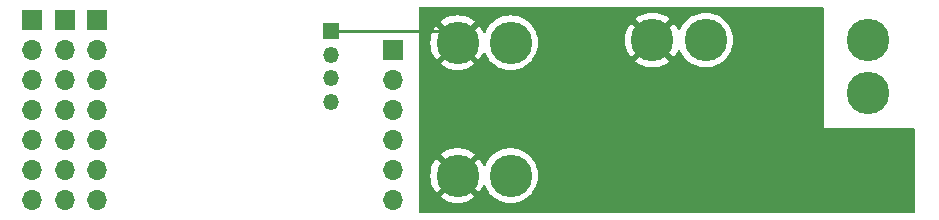
<source format=gbr>
%TF.GenerationSoftware,KiCad,Pcbnew,(6.0.7)*%
%TF.CreationDate,2023-08-08T19:22:38-05:00*%
%TF.ProjectId,PowerDistrubutionBoard,506f7765-7244-4697-9374-727562757469,rev?*%
%TF.SameCoordinates,Original*%
%TF.FileFunction,Copper,L2,Bot*%
%TF.FilePolarity,Positive*%
%FSLAX46Y46*%
G04 Gerber Fmt 4.6, Leading zero omitted, Abs format (unit mm)*
G04 Created by KiCad (PCBNEW (6.0.7)) date 2023-08-08 19:22:38*
%MOMM*%
%LPD*%
G01*
G04 APERTURE LIST*
%TA.AperFunction,WasherPad*%
%ADD10C,3.600000*%
%TD*%
%TA.AperFunction,ConnectorPad*%
%ADD11C,6.000000*%
%TD*%
%TA.AperFunction,ComponentPad*%
%ADD12R,1.700000X1.700000*%
%TD*%
%TA.AperFunction,ComponentPad*%
%ADD13O,1.700000X1.700000*%
%TD*%
%TA.AperFunction,ComponentPad*%
%ADD14C,3.600000*%
%TD*%
%TA.AperFunction,ComponentPad*%
%ADD15R,1.350000X1.350000*%
%TD*%
%TA.AperFunction,ComponentPad*%
%ADD16O,1.350000X1.350000*%
%TD*%
%TA.AperFunction,Conductor*%
%ADD17C,0.250000*%
%TD*%
G04 APERTURE END LIST*
D10*
%TO.P,S1,*%
%TO.N,*%
X171750000Y-99750000D03*
D11*
%TO.P,S1,2,2*%
%TO.N,Net-(J1-Pad1)*%
X171750000Y-99750000D03*
%TD*%
D12*
%TO.P,J6,1,Pin_1*%
%TO.N,unconnected-(J6-Pad1)*%
X101000000Y-86840000D03*
D13*
%TO.P,J6,2,Pin_2*%
%TO.N,Net-(J2-Pad1)*%
X101000000Y-89380000D03*
%TO.P,J6,3,Pin_3*%
%TO.N,Net-(J2-Pad2)*%
X101000000Y-91920000D03*
%TO.P,J6,4,Pin_4*%
%TO.N,Net-(J2-Pad3)*%
X101000000Y-94460000D03*
%TO.P,J6,5,Pin_5*%
%TO.N,Net-(J2-Pad4)*%
X101000000Y-97000000D03*
%TO.P,J6,6,Pin_6*%
%TO.N,Net-(J2-Pad5)*%
X101000000Y-99540000D03*
%TO.P,J6,7,Pin_7*%
%TO.N,Net-(J2-Pad6)*%
X101000000Y-102080000D03*
%TD*%
D12*
%TO.P,J4,1,Pin_1*%
%TO.N,Net-(J1-Pad3)*%
X106500000Y-86840000D03*
D13*
%TO.P,J4,2,Pin_2*%
%TO.N,unconnected-(J4-Pad2)*%
X106500000Y-89380000D03*
%TO.P,J4,3,Pin_3*%
%TO.N,unconnected-(J4-Pad3)*%
X106500000Y-91920000D03*
%TO.P,J4,4,Pin_4*%
%TO.N,unconnected-(J4-Pad4)*%
X106500000Y-94460000D03*
%TO.P,J4,5,Pin_5*%
%TO.N,unconnected-(J4-Pad5)*%
X106500000Y-97000000D03*
%TO.P,J4,6,Pin_6*%
%TO.N,unconnected-(J4-Pad6)*%
X106500000Y-99540000D03*
%TO.P,J4,7,Pin_7*%
%TO.N,unconnected-(J4-Pad7)*%
X106500000Y-102080000D03*
%TD*%
D14*
%TO.P,T2,1,+*%
%TO.N,Net-(J1-Pad1)*%
X137000000Y-88750000D03*
%TO.P,T2,2,-*%
%TO.N,Net-(J1-Pad2)*%
X141500000Y-88750000D03*
%TD*%
D12*
%TO.P,J2,1,Pin_1*%
%TO.N,Net-(J2-Pad1)*%
X131500000Y-89400000D03*
D13*
%TO.P,J2,2,Pin_2*%
%TO.N,Net-(J2-Pad2)*%
X131500000Y-91940000D03*
%TO.P,J2,3,Pin_3*%
%TO.N,Net-(J2-Pad3)*%
X131500000Y-94480000D03*
%TO.P,J2,4,Pin_4*%
%TO.N,Net-(J2-Pad4)*%
X131500000Y-97020000D03*
%TO.P,J2,5,Pin_5*%
%TO.N,Net-(J2-Pad5)*%
X131500000Y-99560000D03*
%TO.P,J2,6,Pin_6*%
%TO.N,Net-(J2-Pad6)*%
X131500000Y-102100000D03*
%TD*%
D14*
%TO.P,T3,1,+*%
%TO.N,Net-(T3-Pad1)*%
X171780000Y-93000000D03*
%TO.P,T3,2,-*%
%TO.N,Net-(J1-Pad2)*%
X171780000Y-88500000D03*
%TD*%
D15*
%TO.P,J1,1,Pin_1*%
%TO.N,Net-(J1-Pad1)*%
X126250000Y-87750000D03*
D16*
%TO.P,J1,2,Pin_2*%
%TO.N,Net-(J1-Pad2)*%
X126250000Y-89750000D03*
%TO.P,J1,3,Pin_3*%
%TO.N,Net-(J1-Pad3)*%
X126250000Y-91750000D03*
%TO.P,J1,4,Pin_4*%
%TO.N,Net-(J1-Pad4)*%
X126250000Y-93750000D03*
%TD*%
D14*
%TO.P,T4,1,+*%
%TO.N,Net-(J1-Pad1)*%
X153500000Y-88530000D03*
%TO.P,T4,2,-*%
%TO.N,Net-(J1-Pad2)*%
X158000000Y-88530000D03*
%TD*%
D12*
%TO.P,J5,1,Pin_1*%
%TO.N,Net-(J1-Pad4)*%
X103750000Y-86840000D03*
D13*
%TO.P,J5,2,Pin_2*%
%TO.N,unconnected-(J5-Pad2)*%
X103750000Y-89380000D03*
%TO.P,J5,3,Pin_3*%
%TO.N,unconnected-(J5-Pad3)*%
X103750000Y-91920000D03*
%TO.P,J5,4,Pin_4*%
%TO.N,unconnected-(J5-Pad4)*%
X103750000Y-94460000D03*
%TO.P,J5,5,Pin_5*%
%TO.N,unconnected-(J5-Pad5)*%
X103750000Y-97000000D03*
%TO.P,J5,6,Pin_6*%
%TO.N,unconnected-(J5-Pad6)*%
X103750000Y-99540000D03*
%TO.P,J5,7,Pin_7*%
%TO.N,unconnected-(J5-Pad7)*%
X103750000Y-102080000D03*
%TD*%
D14*
%TO.P,T1,1,+*%
%TO.N,Net-(J1-Pad1)*%
X137000000Y-100000000D03*
%TO.P,T1,2,-*%
%TO.N,Net-(J1-Pad2)*%
X141500000Y-100000000D03*
%TD*%
D17*
%TO.N,Net-(J1-Pad1)*%
X136000000Y-87750000D02*
X126250000Y-87750000D01*
X137000000Y-88750000D02*
X136000000Y-87750000D01*
%TD*%
%TA.AperFunction,Conductor*%
%TO.N,Net-(J1-Pad1)*%
G36*
X167942121Y-85728502D02*
G01*
X167988614Y-85782158D01*
X168000000Y-85834500D01*
X168000000Y-96000000D01*
X175624000Y-96000000D01*
X175692121Y-96020002D01*
X175738614Y-96073658D01*
X175750000Y-96126000D01*
X175750000Y-103065500D01*
X175729998Y-103133621D01*
X175676342Y-103180114D01*
X175624000Y-103191500D01*
X133876000Y-103191500D01*
X133807879Y-103171498D01*
X133761386Y-103117842D01*
X133750000Y-103065500D01*
X133750000Y-101804286D01*
X135561171Y-101804286D01*
X135567628Y-101813646D01*
X135588864Y-101832270D01*
X135595395Y-101837281D01*
X135840091Y-102000781D01*
X135847228Y-102004902D01*
X136111174Y-102135065D01*
X136118778Y-102138215D01*
X136397457Y-102232814D01*
X136405409Y-102234945D01*
X136694056Y-102292360D01*
X136702214Y-102293434D01*
X136995881Y-102312682D01*
X137004119Y-102312682D01*
X137297786Y-102293434D01*
X137305944Y-102292360D01*
X137594591Y-102234945D01*
X137602543Y-102232814D01*
X137881222Y-102138215D01*
X137888826Y-102135065D01*
X138152772Y-102004902D01*
X138159909Y-102000781D01*
X138404605Y-101837281D01*
X138411136Y-101832270D01*
X138430507Y-101815281D01*
X138438903Y-101802044D01*
X138433069Y-101792279D01*
X137012812Y-100372022D01*
X136998868Y-100364408D01*
X136997035Y-100364539D01*
X136990420Y-100368790D01*
X135568685Y-101790525D01*
X135561171Y-101804286D01*
X133750000Y-101804286D01*
X133750000Y-100004119D01*
X134687318Y-100004119D01*
X134706566Y-100297786D01*
X134707640Y-100305944D01*
X134765055Y-100594591D01*
X134767186Y-100602543D01*
X134861785Y-100881222D01*
X134864935Y-100888826D01*
X134995098Y-101152772D01*
X134999219Y-101159909D01*
X135162719Y-101404605D01*
X135167730Y-101411136D01*
X135184719Y-101430507D01*
X135197956Y-101438903D01*
X135207721Y-101433069D01*
X136627978Y-100012812D01*
X136634356Y-100001132D01*
X137364408Y-100001132D01*
X137364539Y-100002965D01*
X137368790Y-100009580D01*
X138790525Y-101431315D01*
X138804286Y-101438829D01*
X138813646Y-101432372D01*
X138832270Y-101411136D01*
X138837281Y-101404605D01*
X139000781Y-101159909D01*
X139004902Y-101152772D01*
X139136715Y-100885481D01*
X139184783Y-100833232D01*
X139253469Y-100815265D01*
X139320965Y-100837284D01*
X139362727Y-100885480D01*
X139496491Y-101156726D01*
X139664614Y-101408341D01*
X139667328Y-101411435D01*
X139667332Y-101411441D01*
X139691351Y-101438829D01*
X139864142Y-101635858D01*
X139867231Y-101638567D01*
X140088559Y-101832668D01*
X140088565Y-101832672D01*
X140091659Y-101835386D01*
X140095085Y-101837675D01*
X140095090Y-101837679D01*
X140171416Y-101888678D01*
X140343273Y-102003509D01*
X140346972Y-102005333D01*
X140346977Y-102005336D01*
X140486308Y-102074046D01*
X140614680Y-102137352D01*
X140618585Y-102138677D01*
X140618586Y-102138678D01*
X140897327Y-102233298D01*
X140897330Y-102233299D01*
X140901234Y-102234624D01*
X140905273Y-102235427D01*
X140905279Y-102235429D01*
X141193991Y-102292857D01*
X141193994Y-102292857D01*
X141198034Y-102293661D01*
X141202145Y-102293930D01*
X141202149Y-102293931D01*
X141495881Y-102313183D01*
X141500000Y-102313453D01*
X141504119Y-102313183D01*
X141797851Y-102293931D01*
X141797855Y-102293930D01*
X141801966Y-102293661D01*
X141806006Y-102292857D01*
X141806009Y-102292857D01*
X142094721Y-102235429D01*
X142094727Y-102235427D01*
X142098766Y-102234624D01*
X142102670Y-102233299D01*
X142102673Y-102233298D01*
X142381414Y-102138678D01*
X142381415Y-102138677D01*
X142385320Y-102137352D01*
X142513692Y-102074046D01*
X142653023Y-102005336D01*
X142653028Y-102005333D01*
X142656727Y-102003509D01*
X142828584Y-101888678D01*
X142904910Y-101837679D01*
X142904915Y-101837675D01*
X142908341Y-101835386D01*
X142911435Y-101832672D01*
X142911441Y-101832668D01*
X143132769Y-101638567D01*
X143135858Y-101635858D01*
X143308649Y-101438829D01*
X143332668Y-101411441D01*
X143332672Y-101411435D01*
X143335386Y-101408341D01*
X143503509Y-101156726D01*
X143637352Y-100885320D01*
X143653658Y-100837284D01*
X143733298Y-100602673D01*
X143733299Y-100602670D01*
X143734624Y-100598766D01*
X143735455Y-100594591D01*
X143792857Y-100306009D01*
X143792857Y-100306006D01*
X143793661Y-100301966D01*
X143813453Y-100000000D01*
X143797067Y-99750000D01*
X169436547Y-99750000D01*
X169436817Y-99754119D01*
X169453773Y-100012812D01*
X169456339Y-100051966D01*
X169515376Y-100348766D01*
X169516701Y-100352670D01*
X169516702Y-100352673D01*
X169601522Y-100602543D01*
X169612648Y-100635320D01*
X169614472Y-100639018D01*
X169737664Y-100888826D01*
X169746491Y-100906726D01*
X169914614Y-101158341D01*
X169917328Y-101161435D01*
X169917332Y-101161441D01*
X170111433Y-101382769D01*
X170114142Y-101385858D01*
X170117231Y-101388567D01*
X170338559Y-101582668D01*
X170338565Y-101582672D01*
X170341659Y-101585386D01*
X170345085Y-101587675D01*
X170345090Y-101587679D01*
X170421250Y-101638567D01*
X170593273Y-101753509D01*
X170596972Y-101755333D01*
X170596977Y-101755336D01*
X170715219Y-101813646D01*
X170864680Y-101887352D01*
X170868585Y-101888677D01*
X170868586Y-101888678D01*
X171147327Y-101983298D01*
X171147330Y-101983299D01*
X171151234Y-101984624D01*
X171155273Y-101985427D01*
X171155279Y-101985429D01*
X171443991Y-102042857D01*
X171443994Y-102042857D01*
X171448034Y-102043661D01*
X171452145Y-102043930D01*
X171452149Y-102043931D01*
X171745881Y-102063183D01*
X171750000Y-102063453D01*
X171754119Y-102063183D01*
X172047851Y-102043931D01*
X172047855Y-102043930D01*
X172051966Y-102043661D01*
X172056006Y-102042857D01*
X172056009Y-102042857D01*
X172344721Y-101985429D01*
X172344727Y-101985427D01*
X172348766Y-101984624D01*
X172352670Y-101983299D01*
X172352673Y-101983298D01*
X172631414Y-101888678D01*
X172631415Y-101888677D01*
X172635320Y-101887352D01*
X172784781Y-101813646D01*
X172903023Y-101755336D01*
X172903028Y-101755333D01*
X172906727Y-101753509D01*
X173078750Y-101638567D01*
X173154910Y-101587679D01*
X173154915Y-101587675D01*
X173158341Y-101585386D01*
X173161435Y-101582672D01*
X173161441Y-101582668D01*
X173382769Y-101388567D01*
X173385858Y-101385858D01*
X173388567Y-101382769D01*
X173582668Y-101161441D01*
X173582672Y-101161435D01*
X173585386Y-101158341D01*
X173753509Y-100906726D01*
X173762337Y-100888826D01*
X173885528Y-100639018D01*
X173887352Y-100635320D01*
X173898478Y-100602543D01*
X173983298Y-100352673D01*
X173983299Y-100352670D01*
X173984624Y-100348766D01*
X174043661Y-100051966D01*
X174046228Y-100012812D01*
X174063183Y-99754119D01*
X174063453Y-99750000D01*
X174043661Y-99448034D01*
X174042857Y-99443991D01*
X173985429Y-99155279D01*
X173985427Y-99155273D01*
X173984624Y-99151234D01*
X173973542Y-99118586D01*
X173888678Y-98868586D01*
X173888677Y-98868585D01*
X173887352Y-98864680D01*
X173753509Y-98593274D01*
X173585386Y-98341659D01*
X173582672Y-98338565D01*
X173582668Y-98338559D01*
X173388567Y-98117231D01*
X173385858Y-98114142D01*
X173254814Y-97999219D01*
X173161441Y-97917332D01*
X173161435Y-97917328D01*
X173158341Y-97914614D01*
X173154911Y-97912322D01*
X173154910Y-97912321D01*
X172910160Y-97748785D01*
X172906727Y-97746491D01*
X172903028Y-97744667D01*
X172903023Y-97744664D01*
X172763692Y-97675954D01*
X172635320Y-97612648D01*
X172631414Y-97611322D01*
X172352673Y-97516702D01*
X172352670Y-97516701D01*
X172348766Y-97515376D01*
X172344727Y-97514573D01*
X172344721Y-97514571D01*
X172056009Y-97457143D01*
X172056006Y-97457143D01*
X172051966Y-97456339D01*
X172047855Y-97456070D01*
X172047851Y-97456069D01*
X171754119Y-97436817D01*
X171750000Y-97436547D01*
X171745881Y-97436817D01*
X171452149Y-97456069D01*
X171452145Y-97456070D01*
X171448034Y-97456339D01*
X171443994Y-97457143D01*
X171443991Y-97457143D01*
X171155279Y-97514571D01*
X171155273Y-97514573D01*
X171151234Y-97515376D01*
X171147330Y-97516701D01*
X171147327Y-97516702D01*
X170868586Y-97611322D01*
X170864680Y-97612648D01*
X170736442Y-97675888D01*
X170596978Y-97744664D01*
X170596973Y-97744667D01*
X170593274Y-97746491D01*
X170341659Y-97914614D01*
X170338565Y-97917328D01*
X170338559Y-97917332D01*
X170245186Y-97999219D01*
X170114142Y-98114142D01*
X170111433Y-98117231D01*
X169917332Y-98338559D01*
X169917328Y-98338565D01*
X169914614Y-98341659D01*
X169746491Y-98593274D01*
X169612648Y-98864680D01*
X169611323Y-98868585D01*
X169611322Y-98868586D01*
X169526459Y-99118586D01*
X169515376Y-99151234D01*
X169514573Y-99155273D01*
X169514571Y-99155279D01*
X169457143Y-99443991D01*
X169456339Y-99448034D01*
X169436547Y-99750000D01*
X143797067Y-99750000D01*
X143793661Y-99698034D01*
X143781241Y-99635592D01*
X143735429Y-99405279D01*
X143735427Y-99405273D01*
X143734624Y-99401234D01*
X143661133Y-99184735D01*
X143638678Y-99118586D01*
X143638677Y-99118585D01*
X143637352Y-99114680D01*
X143515992Y-98868586D01*
X143505336Y-98846978D01*
X143505333Y-98846972D01*
X143503509Y-98843274D01*
X143335386Y-98591659D01*
X143332672Y-98588565D01*
X143332668Y-98588559D01*
X143138567Y-98367231D01*
X143135858Y-98364142D01*
X143132769Y-98361433D01*
X142911441Y-98167332D01*
X142911435Y-98167328D01*
X142908341Y-98164614D01*
X142904911Y-98162322D01*
X142904910Y-98162321D01*
X142660160Y-97998785D01*
X142656727Y-97996491D01*
X142653028Y-97994667D01*
X142653023Y-97994664D01*
X142486047Y-97912321D01*
X142385320Y-97862648D01*
X142381414Y-97861322D01*
X142102673Y-97766702D01*
X142102670Y-97766701D01*
X142098766Y-97765376D01*
X142094727Y-97764573D01*
X142094721Y-97764571D01*
X141806009Y-97707143D01*
X141806006Y-97707143D01*
X141801966Y-97706339D01*
X141797855Y-97706070D01*
X141797851Y-97706069D01*
X141504119Y-97686817D01*
X141500000Y-97686547D01*
X141495881Y-97686817D01*
X141202149Y-97706069D01*
X141202145Y-97706070D01*
X141198034Y-97706339D01*
X141193994Y-97707143D01*
X141193991Y-97707143D01*
X140905279Y-97764571D01*
X140905273Y-97764573D01*
X140901234Y-97765376D01*
X140897330Y-97766701D01*
X140897327Y-97766702D01*
X140618586Y-97861322D01*
X140614680Y-97862648D01*
X140509304Y-97914614D01*
X140346978Y-97994664D01*
X140346973Y-97994667D01*
X140343274Y-97996491D01*
X140091659Y-98164614D01*
X140088565Y-98167328D01*
X140088559Y-98167332D01*
X139867231Y-98361433D01*
X139864142Y-98364142D01*
X139861433Y-98367231D01*
X139667332Y-98588559D01*
X139667328Y-98588565D01*
X139664614Y-98591659D01*
X139496491Y-98843274D01*
X139364472Y-99110982D01*
X139362727Y-99114520D01*
X139314658Y-99166768D01*
X139245973Y-99184735D01*
X139178477Y-99162716D01*
X139136715Y-99114519D01*
X139004902Y-98847228D01*
X139000781Y-98840091D01*
X138837281Y-98595395D01*
X138832270Y-98588864D01*
X138815281Y-98569493D01*
X138802044Y-98561097D01*
X138792279Y-98566931D01*
X137372022Y-99987188D01*
X137364408Y-100001132D01*
X136634356Y-100001132D01*
X136635592Y-99998868D01*
X136635461Y-99997035D01*
X136631210Y-99990420D01*
X135209475Y-98568685D01*
X135195714Y-98561171D01*
X135186354Y-98567628D01*
X135167730Y-98588864D01*
X135162719Y-98595395D01*
X134999219Y-98840091D01*
X134995098Y-98847228D01*
X134864935Y-99111174D01*
X134861785Y-99118778D01*
X134767186Y-99397457D01*
X134765055Y-99405409D01*
X134707640Y-99694056D01*
X134706566Y-99702214D01*
X134687318Y-99995881D01*
X134687318Y-100004119D01*
X133750000Y-100004119D01*
X133750000Y-98197956D01*
X135561097Y-98197956D01*
X135566931Y-98207721D01*
X136987188Y-99627978D01*
X137001132Y-99635592D01*
X137002965Y-99635461D01*
X137009580Y-99631210D01*
X138431315Y-98209475D01*
X138438829Y-98195714D01*
X138432372Y-98186354D01*
X138411136Y-98167730D01*
X138404605Y-98162719D01*
X138159909Y-97999219D01*
X138152772Y-97995098D01*
X137888826Y-97864935D01*
X137881222Y-97861785D01*
X137602543Y-97767186D01*
X137594591Y-97765055D01*
X137305944Y-97707640D01*
X137297786Y-97706566D01*
X137004119Y-97687318D01*
X136995881Y-97687318D01*
X136702214Y-97706566D01*
X136694056Y-97707640D01*
X136405409Y-97765055D01*
X136397457Y-97767186D01*
X136118778Y-97861785D01*
X136111174Y-97864935D01*
X135847228Y-97995098D01*
X135840091Y-97999219D01*
X135595395Y-98162719D01*
X135588864Y-98167730D01*
X135569493Y-98184719D01*
X135561097Y-98197956D01*
X133750000Y-98197956D01*
X133750000Y-90554286D01*
X135561171Y-90554286D01*
X135567628Y-90563646D01*
X135588864Y-90582270D01*
X135595395Y-90587281D01*
X135840091Y-90750781D01*
X135847228Y-90754902D01*
X136111174Y-90885065D01*
X136118778Y-90888215D01*
X136397457Y-90982814D01*
X136405409Y-90984945D01*
X136694056Y-91042360D01*
X136702214Y-91043434D01*
X136995881Y-91062682D01*
X137004119Y-91062682D01*
X137297786Y-91043434D01*
X137305944Y-91042360D01*
X137594591Y-90984945D01*
X137602543Y-90982814D01*
X137881222Y-90888215D01*
X137888826Y-90885065D01*
X138152772Y-90754902D01*
X138159909Y-90750781D01*
X138404605Y-90587281D01*
X138411136Y-90582270D01*
X138430507Y-90565281D01*
X138438903Y-90552044D01*
X138433069Y-90542279D01*
X137012812Y-89122022D01*
X136998868Y-89114408D01*
X136997035Y-89114539D01*
X136990420Y-89118790D01*
X135568685Y-90540525D01*
X135561171Y-90554286D01*
X133750000Y-90554286D01*
X133750000Y-88754119D01*
X134687318Y-88754119D01*
X134706566Y-89047786D01*
X134707640Y-89055944D01*
X134765055Y-89344591D01*
X134767186Y-89352543D01*
X134861785Y-89631222D01*
X134864935Y-89638826D01*
X134995098Y-89902772D01*
X134999219Y-89909909D01*
X135162719Y-90154605D01*
X135167730Y-90161136D01*
X135184719Y-90180507D01*
X135197956Y-90188903D01*
X135207721Y-90183069D01*
X136627978Y-88762812D01*
X136634356Y-88751132D01*
X137364408Y-88751132D01*
X137364539Y-88752965D01*
X137368790Y-88759580D01*
X138790525Y-90181315D01*
X138804286Y-90188829D01*
X138813646Y-90182372D01*
X138832270Y-90161136D01*
X138837281Y-90154605D01*
X139000781Y-89909909D01*
X139004902Y-89902772D01*
X139136715Y-89635481D01*
X139184783Y-89583232D01*
X139253469Y-89565265D01*
X139320965Y-89587284D01*
X139362727Y-89635480D01*
X139496491Y-89906726D01*
X139664614Y-90158341D01*
X139667328Y-90161435D01*
X139667332Y-90161441D01*
X139691351Y-90188829D01*
X139864142Y-90385858D01*
X139867231Y-90388567D01*
X140088559Y-90582668D01*
X140088565Y-90582672D01*
X140091659Y-90585386D01*
X140095085Y-90587675D01*
X140095090Y-90587679D01*
X140210907Y-90665065D01*
X140343273Y-90753509D01*
X140346972Y-90755333D01*
X140346977Y-90755336D01*
X140367444Y-90765429D01*
X140614680Y-90887352D01*
X140618585Y-90888677D01*
X140618586Y-90888678D01*
X140897327Y-90983298D01*
X140897330Y-90983299D01*
X140901234Y-90984624D01*
X140905273Y-90985427D01*
X140905279Y-90985429D01*
X141193991Y-91042857D01*
X141193994Y-91042857D01*
X141198034Y-91043661D01*
X141202145Y-91043930D01*
X141202149Y-91043931D01*
X141495881Y-91063183D01*
X141500000Y-91063453D01*
X141504119Y-91063183D01*
X141797851Y-91043931D01*
X141797855Y-91043930D01*
X141801966Y-91043661D01*
X141806006Y-91042857D01*
X141806009Y-91042857D01*
X142094721Y-90985429D01*
X142094727Y-90985427D01*
X142098766Y-90984624D01*
X142102670Y-90983299D01*
X142102673Y-90983298D01*
X142381414Y-90888678D01*
X142381415Y-90888677D01*
X142385320Y-90887352D01*
X142632556Y-90765429D01*
X142653023Y-90755336D01*
X142653028Y-90755333D01*
X142656727Y-90753509D01*
X142789093Y-90665065D01*
X142904910Y-90587679D01*
X142904915Y-90587675D01*
X142908341Y-90585386D01*
X142911435Y-90582672D01*
X142911441Y-90582668D01*
X143132769Y-90388567D01*
X143135858Y-90385858D01*
X143181086Y-90334286D01*
X152061171Y-90334286D01*
X152067628Y-90343646D01*
X152088864Y-90362270D01*
X152095395Y-90367281D01*
X152340091Y-90530781D01*
X152347228Y-90534902D01*
X152611174Y-90665065D01*
X152618778Y-90668215D01*
X152897457Y-90762814D01*
X152905409Y-90764945D01*
X153194056Y-90822360D01*
X153202214Y-90823434D01*
X153495881Y-90842682D01*
X153504119Y-90842682D01*
X153797786Y-90823434D01*
X153805944Y-90822360D01*
X154094591Y-90764945D01*
X154102543Y-90762814D01*
X154381222Y-90668215D01*
X154388826Y-90665065D01*
X154652772Y-90534902D01*
X154659909Y-90530781D01*
X154904605Y-90367281D01*
X154911136Y-90362270D01*
X154930507Y-90345281D01*
X154938903Y-90332044D01*
X154933069Y-90322279D01*
X153512812Y-88902022D01*
X153498868Y-88894408D01*
X153497035Y-88894539D01*
X153490420Y-88898790D01*
X152068685Y-90320525D01*
X152061171Y-90334286D01*
X143181086Y-90334286D01*
X143308649Y-90188829D01*
X143332668Y-90161441D01*
X143332672Y-90161435D01*
X143335386Y-90158341D01*
X143503509Y-89906726D01*
X143637352Y-89635320D01*
X143653658Y-89587284D01*
X143733298Y-89352673D01*
X143733299Y-89352670D01*
X143734624Y-89348766D01*
X143735455Y-89344591D01*
X143792857Y-89056009D01*
X143792857Y-89056006D01*
X143793661Y-89051966D01*
X143813453Y-88750000D01*
X143799661Y-88539580D01*
X143799303Y-88534119D01*
X151187318Y-88534119D01*
X151206566Y-88827786D01*
X151207640Y-88835944D01*
X151265055Y-89124591D01*
X151267186Y-89132543D01*
X151361785Y-89411222D01*
X151364935Y-89418826D01*
X151495098Y-89682772D01*
X151499219Y-89689909D01*
X151662719Y-89934605D01*
X151667730Y-89941136D01*
X151684719Y-89960507D01*
X151697956Y-89968903D01*
X151707721Y-89963069D01*
X153127978Y-88542812D01*
X153134356Y-88531132D01*
X153864408Y-88531132D01*
X153864539Y-88532965D01*
X153868790Y-88539580D01*
X155290525Y-89961315D01*
X155304286Y-89968829D01*
X155313646Y-89962372D01*
X155332270Y-89941136D01*
X155337281Y-89934605D01*
X155500781Y-89689909D01*
X155504902Y-89682772D01*
X155636715Y-89415481D01*
X155684783Y-89363232D01*
X155753469Y-89345265D01*
X155820965Y-89367284D01*
X155862727Y-89415480D01*
X155996491Y-89686726D01*
X156164614Y-89938341D01*
X156167328Y-89941435D01*
X156167332Y-89941441D01*
X156354273Y-90154605D01*
X156364142Y-90165858D01*
X156367231Y-90168567D01*
X156588559Y-90362668D01*
X156588565Y-90362672D01*
X156591659Y-90365386D01*
X156595085Y-90367675D01*
X156595090Y-90367679D01*
X156783371Y-90493484D01*
X156843273Y-90533509D01*
X156846972Y-90535333D01*
X156846977Y-90535336D01*
X156948469Y-90585386D01*
X157114680Y-90667352D01*
X157118585Y-90668677D01*
X157118586Y-90668678D01*
X157397327Y-90763298D01*
X157397330Y-90763299D01*
X157401234Y-90764624D01*
X157405273Y-90765427D01*
X157405279Y-90765429D01*
X157693991Y-90822857D01*
X157693994Y-90822857D01*
X157698034Y-90823661D01*
X157702145Y-90823930D01*
X157702149Y-90823931D01*
X157995881Y-90843183D01*
X158000000Y-90843453D01*
X158004119Y-90843183D01*
X158297851Y-90823931D01*
X158297855Y-90823930D01*
X158301966Y-90823661D01*
X158306006Y-90822857D01*
X158306009Y-90822857D01*
X158594721Y-90765429D01*
X158594727Y-90765427D01*
X158598766Y-90764624D01*
X158602670Y-90763299D01*
X158602673Y-90763298D01*
X158881414Y-90668678D01*
X158881415Y-90668677D01*
X158885320Y-90667352D01*
X159051531Y-90585386D01*
X159153023Y-90535336D01*
X159153028Y-90535333D01*
X159156727Y-90533509D01*
X159216629Y-90493484D01*
X159404910Y-90367679D01*
X159404915Y-90367675D01*
X159408341Y-90365386D01*
X159411435Y-90362672D01*
X159411441Y-90362668D01*
X159632769Y-90168567D01*
X159635858Y-90165858D01*
X159645727Y-90154605D01*
X159832668Y-89941441D01*
X159832672Y-89941435D01*
X159835386Y-89938341D01*
X160003509Y-89686726D01*
X160018304Y-89656726D01*
X160135528Y-89419018D01*
X160137352Y-89415320D01*
X160153658Y-89367284D01*
X160233298Y-89132673D01*
X160233299Y-89132670D01*
X160234624Y-89128766D01*
X160235455Y-89124591D01*
X160292857Y-88836009D01*
X160292857Y-88836006D01*
X160293661Y-88831966D01*
X160295628Y-88801966D01*
X160313183Y-88534119D01*
X160313453Y-88530000D01*
X160293661Y-88228034D01*
X160281241Y-88165592D01*
X160235429Y-87935279D01*
X160235427Y-87935273D01*
X160234624Y-87931234D01*
X160229714Y-87916768D01*
X160138678Y-87648586D01*
X160138677Y-87648585D01*
X160137352Y-87644680D01*
X160003509Y-87373274D01*
X159835386Y-87121659D01*
X159832672Y-87118565D01*
X159832668Y-87118559D01*
X159638567Y-86897231D01*
X159635858Y-86894142D01*
X159470111Y-86748785D01*
X159411441Y-86697332D01*
X159411435Y-86697328D01*
X159408341Y-86694614D01*
X159404911Y-86692322D01*
X159404910Y-86692321D01*
X159160160Y-86528785D01*
X159156727Y-86526491D01*
X159153028Y-86524667D01*
X159153023Y-86524664D01*
X158974338Y-86436547D01*
X158885320Y-86392648D01*
X158796943Y-86362648D01*
X158602673Y-86296702D01*
X158602670Y-86296701D01*
X158598766Y-86295376D01*
X158594727Y-86294573D01*
X158594721Y-86294571D01*
X158306009Y-86237143D01*
X158306006Y-86237143D01*
X158301966Y-86236339D01*
X158297855Y-86236070D01*
X158297851Y-86236069D01*
X158004119Y-86216817D01*
X158000000Y-86216547D01*
X157995881Y-86216817D01*
X157702149Y-86236069D01*
X157702145Y-86236070D01*
X157698034Y-86236339D01*
X157693994Y-86237143D01*
X157693991Y-86237143D01*
X157405279Y-86294571D01*
X157405273Y-86294573D01*
X157401234Y-86295376D01*
X157397330Y-86296701D01*
X157397327Y-86296702D01*
X157203057Y-86362648D01*
X157114680Y-86392648D01*
X156986442Y-86455888D01*
X156846978Y-86524664D01*
X156846973Y-86524667D01*
X156843274Y-86526491D01*
X156591659Y-86694614D01*
X156588565Y-86697328D01*
X156588559Y-86697332D01*
X156529889Y-86748785D01*
X156364142Y-86894142D01*
X156361433Y-86897231D01*
X156167332Y-87118559D01*
X156167328Y-87118565D01*
X156164614Y-87121659D01*
X155996491Y-87373274D01*
X155864472Y-87640982D01*
X155862727Y-87644520D01*
X155814658Y-87696768D01*
X155745973Y-87714735D01*
X155678477Y-87692716D01*
X155636715Y-87644519D01*
X155504902Y-87377228D01*
X155500781Y-87370091D01*
X155337281Y-87125395D01*
X155332270Y-87118864D01*
X155315281Y-87099493D01*
X155302044Y-87091097D01*
X155292279Y-87096931D01*
X153872022Y-88517188D01*
X153864408Y-88531132D01*
X153134356Y-88531132D01*
X153135592Y-88528868D01*
X153135461Y-88527035D01*
X153131210Y-88520420D01*
X151709475Y-87098685D01*
X151695714Y-87091171D01*
X151686354Y-87097628D01*
X151667730Y-87118864D01*
X151662719Y-87125395D01*
X151499219Y-87370091D01*
X151495098Y-87377228D01*
X151364935Y-87641174D01*
X151361785Y-87648778D01*
X151267186Y-87927457D01*
X151265055Y-87935409D01*
X151207640Y-88224056D01*
X151206566Y-88232214D01*
X151187318Y-88525881D01*
X151187318Y-88534119D01*
X143799303Y-88534119D01*
X143793931Y-88452149D01*
X143793930Y-88452145D01*
X143793661Y-88448034D01*
X143781241Y-88385592D01*
X143735429Y-88155279D01*
X143735427Y-88155273D01*
X143734624Y-88151234D01*
X143661133Y-87934735D01*
X143638678Y-87868586D01*
X143638677Y-87868585D01*
X143637352Y-87864680D01*
X143528781Y-87644520D01*
X143505336Y-87596978D01*
X143505333Y-87596972D01*
X143503509Y-87593274D01*
X143335386Y-87341659D01*
X143332672Y-87338565D01*
X143332668Y-87338559D01*
X143138567Y-87117231D01*
X143135858Y-87114142D01*
X143118233Y-87098685D01*
X142911441Y-86917332D01*
X142911435Y-86917328D01*
X142908341Y-86914614D01*
X142904911Y-86912322D01*
X142904910Y-86912321D01*
X142660160Y-86748785D01*
X142656727Y-86746491D01*
X142653028Y-86744667D01*
X142653023Y-86744664D01*
X142619142Y-86727956D01*
X152061097Y-86727956D01*
X152066931Y-86737721D01*
X153487188Y-88157978D01*
X153501132Y-88165592D01*
X153502965Y-88165461D01*
X153509580Y-88161210D01*
X154931315Y-86739475D01*
X154938829Y-86725714D01*
X154932372Y-86716354D01*
X154911136Y-86697730D01*
X154904605Y-86692719D01*
X154659909Y-86529219D01*
X154652772Y-86525098D01*
X154388826Y-86394935D01*
X154381222Y-86391785D01*
X154102543Y-86297186D01*
X154094591Y-86295055D01*
X153805944Y-86237640D01*
X153797786Y-86236566D01*
X153504119Y-86217318D01*
X153495881Y-86217318D01*
X153202214Y-86236566D01*
X153194056Y-86237640D01*
X152905409Y-86295055D01*
X152897457Y-86297186D01*
X152618778Y-86391785D01*
X152611174Y-86394935D01*
X152347228Y-86525098D01*
X152340091Y-86529219D01*
X152095395Y-86692719D01*
X152088864Y-86697730D01*
X152069493Y-86714719D01*
X152061097Y-86727956D01*
X142619142Y-86727956D01*
X142490697Y-86664614D01*
X142385320Y-86612648D01*
X142381414Y-86611322D01*
X142102673Y-86516702D01*
X142102670Y-86516701D01*
X142098766Y-86515376D01*
X142094727Y-86514573D01*
X142094721Y-86514571D01*
X141806009Y-86457143D01*
X141806006Y-86457143D01*
X141801966Y-86456339D01*
X141797855Y-86456070D01*
X141797851Y-86456069D01*
X141504119Y-86436817D01*
X141500000Y-86436547D01*
X141495881Y-86436817D01*
X141202149Y-86456069D01*
X141202145Y-86456070D01*
X141198034Y-86456339D01*
X141193994Y-86457143D01*
X141193991Y-86457143D01*
X140905279Y-86514571D01*
X140905273Y-86514573D01*
X140901234Y-86515376D01*
X140897330Y-86516701D01*
X140897327Y-86516702D01*
X140618586Y-86611322D01*
X140614680Y-86612648D01*
X140509304Y-86664614D01*
X140346978Y-86744664D01*
X140346973Y-86744667D01*
X140343274Y-86746491D01*
X140091659Y-86914614D01*
X140088565Y-86917328D01*
X140088559Y-86917332D01*
X139881767Y-87098685D01*
X139864142Y-87114142D01*
X139861433Y-87117231D01*
X139667332Y-87338559D01*
X139667328Y-87338565D01*
X139664614Y-87341659D01*
X139496491Y-87593274D01*
X139436593Y-87714735D01*
X139362727Y-87864520D01*
X139314658Y-87916768D01*
X139245973Y-87934735D01*
X139178477Y-87912716D01*
X139136715Y-87864519D01*
X139004902Y-87597228D01*
X139000781Y-87590091D01*
X138837281Y-87345395D01*
X138832270Y-87338864D01*
X138815281Y-87319493D01*
X138802044Y-87311097D01*
X138792279Y-87316931D01*
X137372022Y-88737188D01*
X137364408Y-88751132D01*
X136634356Y-88751132D01*
X136635592Y-88748868D01*
X136635461Y-88747035D01*
X136631210Y-88740420D01*
X135209475Y-87318685D01*
X135195714Y-87311171D01*
X135186354Y-87317628D01*
X135167730Y-87338864D01*
X135162719Y-87345395D01*
X134999219Y-87590091D01*
X134995098Y-87597228D01*
X134864935Y-87861174D01*
X134861785Y-87868778D01*
X134767186Y-88147457D01*
X134765055Y-88155409D01*
X134707640Y-88444056D01*
X134706566Y-88452214D01*
X134687318Y-88745881D01*
X134687318Y-88754119D01*
X133750000Y-88754119D01*
X133750000Y-86947956D01*
X135561097Y-86947956D01*
X135566931Y-86957721D01*
X136987188Y-88377978D01*
X137001132Y-88385592D01*
X137002965Y-88385461D01*
X137009580Y-88381210D01*
X138431315Y-86959475D01*
X138438829Y-86945714D01*
X138432372Y-86936354D01*
X138411136Y-86917730D01*
X138404605Y-86912719D01*
X138159909Y-86749219D01*
X138152772Y-86745098D01*
X137888826Y-86614935D01*
X137881222Y-86611785D01*
X137602543Y-86517186D01*
X137594591Y-86515055D01*
X137305944Y-86457640D01*
X137297786Y-86456566D01*
X137004119Y-86437318D01*
X136995881Y-86437318D01*
X136702214Y-86456566D01*
X136694056Y-86457640D01*
X136405409Y-86515055D01*
X136397457Y-86517186D01*
X136118778Y-86611785D01*
X136111174Y-86614935D01*
X135847228Y-86745098D01*
X135840091Y-86749219D01*
X135595395Y-86912719D01*
X135588864Y-86917730D01*
X135569493Y-86934719D01*
X135561097Y-86947956D01*
X133750000Y-86947956D01*
X133750000Y-85834500D01*
X133770002Y-85766379D01*
X133823658Y-85719886D01*
X133876000Y-85708500D01*
X167874000Y-85708500D01*
X167942121Y-85728502D01*
G37*
%TD.AperFunction*%
%TD*%
M02*

</source>
